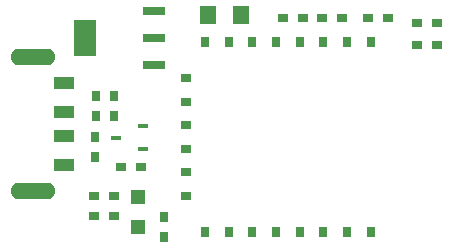
<source format=gbr>
G04 DipTrace 2.3.1.0*
%INMaskTop.gbr*%
%MOMM*%
%ADD37R,1.3X1.3*%
%ADD39R,1.95X3.05*%
%ADD41R,1.95X0.75*%
%ADD43R,0.8X0.9*%
%ADD45R,0.85X0.45*%
%ADD47O,3.8X1.4*%
%ADD49R,1.8X1.0*%
%ADD51R,0.9X0.8*%
%ADD53R,1.4X1.6*%
%FSLAX53Y53*%
G04*
G71*
G90*
G75*
G01*
%LNTopPaste*%
%LPD*%
D53*
X30221Y29942D3*
X27421D3*
D51*
X45140Y29280D3*
X46840D3*
D49*
X15240Y17249D3*
Y19749D3*
Y21749D3*
Y24249D3*
D47*
X12640Y15049D3*
Y26449D3*
D45*
X21960Y18650D3*
Y20550D3*
X19660Y19600D3*
D43*
X17930Y21410D3*
Y23110D3*
X19450Y23140D3*
Y21440D3*
D51*
X21770Y17070D3*
X20070D3*
D43*
X17900Y19630D3*
Y17930D3*
D51*
X19500Y14630D3*
X17800D3*
D43*
X23730Y11200D3*
Y12900D3*
D51*
X19500Y13000D3*
X17800D3*
X33812Y29744D3*
X35512D3*
X42685D3*
X40985D3*
X37095D3*
X38795D3*
X46830Y27463D3*
X45130D3*
D43*
X39201Y11639D3*
X31201D3*
X27201D3*
X29206D3*
X33206D3*
X39201Y27659D3*
X31201D3*
X35201Y11639D3*
X37206D3*
X27201Y27659D3*
X29206D3*
X33206D3*
X35201D3*
X37206D3*
X41206D3*
D51*
X25596Y16649D3*
Y20649D3*
Y18649D3*
Y24649D3*
Y22649D3*
Y14649D3*
D43*
X41206Y11639D3*
D41*
X22859Y25716D3*
Y28016D3*
Y30316D3*
D39*
X17059Y28016D3*
D37*
X21500Y14540D3*
Y12000D3*
M02*

</source>
